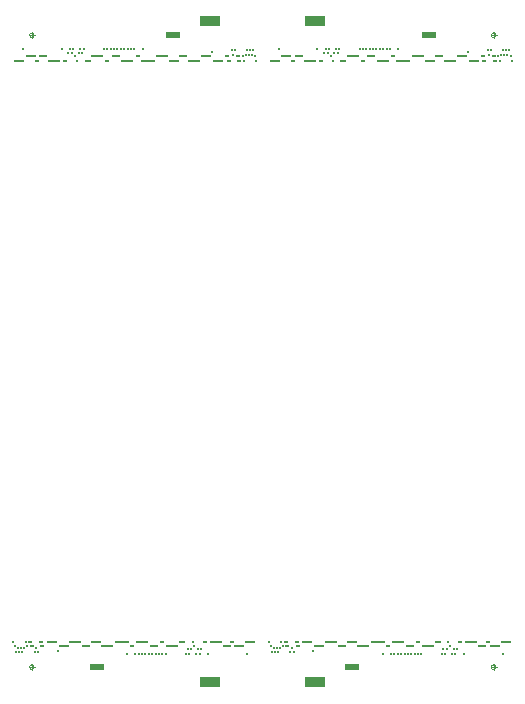
<source format=gbr>
%TF.GenerationSoftware,KiCad,Pcbnew,(6.0.6)*%
%TF.CreationDate,2022-09-06T16:34:49-05:00*%
%TF.ProjectId,etl_module_pcb_mockup_v3p3,65746c5f-6d6f-4647-956c-655f7063625f,rev?*%
%TF.SameCoordinates,Original*%
%TF.FileFunction,Copper,L1,Top*%
%TF.FilePolarity,Positive*%
%FSLAX46Y46*%
G04 Gerber Fmt 4.6, Leading zero omitted, Abs format (unit mm)*
G04 Created by KiCad (PCBNEW (6.0.6)) date 2022-09-06 16:34:49*
%MOMM*%
%LPD*%
G01*
G04 APERTURE LIST*
%TA.AperFunction,EtchedComponent*%
%ADD10C,0.070000*%
%TD*%
%TA.AperFunction,SMDPad,CuDef*%
%ADD11R,0.965200X0.254000*%
%TD*%
%TA.AperFunction,SMDPad,CuDef*%
%ADD12R,0.127000X0.254000*%
%TD*%
%TA.AperFunction,SMDPad,CuDef*%
%ADD13R,0.838200X0.254000*%
%TD*%
%TA.AperFunction,SMDPad,CuDef*%
%ADD14R,0.304800X0.254000*%
%TD*%
%TA.AperFunction,SMDPad,CuDef*%
%ADD15R,0.711200X0.254000*%
%TD*%
%TA.AperFunction,SMDPad,CuDef*%
%ADD16R,1.117600X0.254000*%
%TD*%
%TA.AperFunction,SMDPad,CuDef*%
%ADD17R,0.406400X0.254000*%
%TD*%
%TA.AperFunction,SMDPad,CuDef*%
%ADD18R,0.558800X0.254000*%
%TD*%
%TA.AperFunction,SMDPad,CuDef*%
%ADD19R,1.016000X0.254000*%
%TD*%
%TA.AperFunction,SMDPad,CuDef*%
%ADD20R,0.990600X0.254000*%
%TD*%
%TA.AperFunction,SMDPad,CuDef*%
%ADD21R,1.270000X0.254000*%
%TD*%
%TA.AperFunction,SMDPad,CuDef*%
%ADD22R,0.863600X0.254000*%
%TD*%
%TA.AperFunction,SMDPad,CuDef*%
%ADD23R,0.381000X0.254000*%
%TD*%
%TA.AperFunction,SMDPad,CuDef*%
%ADD24R,1.200000X0.500000*%
%TD*%
%TA.AperFunction,SMDPad,CuDef*%
%ADD25R,1.740000X0.840000*%
%TD*%
G04 APERTURE END LIST*
D10*
%TO.C,REF\u002A\u002A*%
X41600000Y-1750000D02*
X41600000Y-2250000D01*
X41850000Y-2000000D02*
X41350000Y-2000000D01*
X41800000Y-2000000D02*
G75*
G03*
X41800000Y-2000000I-200000J0D01*
G01*
X2750000Y-55500000D02*
X2250000Y-55500000D01*
X2500000Y-55250000D02*
X2500000Y-55750000D01*
X2700000Y-55500000D02*
G75*
G03*
X2700000Y-55500000I-200000J0D01*
G01*
X41850000Y-55500000D02*
X41350000Y-55500000D01*
X41600000Y-55250000D02*
X41600000Y-55750000D01*
X41800000Y-55500000D02*
G75*
G03*
X41800000Y-55500000I-200000J0D01*
G01*
X2750000Y-2000000D02*
X2250000Y-2000000D01*
X2500000Y-1750000D02*
X2500000Y-2250000D01*
X2700000Y-2000000D02*
G75*
G03*
X2700000Y-2000000I-200000J0D01*
G01*
%TD*%
D11*
%TO.P,,61*%
%TO.N,N/C*%
X42636135Y-53331873D03*
D12*
%TO.P,,60*%
X42350131Y-54347873D03*
D13*
%TO.P,,59*%
X41696081Y-53720747D03*
D14*
%TO.P,,58*%
X41129915Y-53331873D03*
D15*
%TO.P,,57*%
X40634107Y-53720747D03*
D16*
%TO.P,,56*%
X39713865Y-53331873D03*
D12*
%TO.P,,55*%
X39061085Y-54347873D03*
D17*
%TO.P,,54*%
X38775081Y-53331873D03*
D12*
%TO.P,,53*%
X38489077Y-53966873D03*
%TO.P,,52*%
X38346075Y-54347873D03*
%TO.P,,51*%
X38203073Y-53966873D03*
%TO.P,,50*%
X38060071Y-54347873D03*
%TO.P,,49*%
X37917069Y-53720747D03*
%TO.P,,48*%
X37774067Y-53331873D03*
%TO.P,,47*%
X37631065Y-53966873D03*
%TO.P,,46*%
X37488063Y-54347873D03*
%TO.P,,45*%
X37345061Y-53966873D03*
%TO.P,,44*%
X37202059Y-54347873D03*
D18*
%TO.P,,43*%
X36851539Y-53331873D03*
D19*
%TO.P,,42*%
X36046613Y-53720747D03*
D12*
%TO.P,,41*%
X35486035Y-54347873D03*
%TO.P,,40*%
X35200031Y-54347873D03*
D17*
%TO.P,,39*%
X35200031Y-53331873D03*
D12*
%TO.P,,38*%
X34914027Y-54347873D03*
%TO.P,,37*%
X34628023Y-54347873D03*
D15*
%TO.P,,36*%
X34485021Y-53720747D03*
D12*
%TO.P,,35*%
X34342019Y-54347873D03*
%TO.P,,34*%
X34056015Y-54347873D03*
%TO.P,,33*%
X33770011Y-54347873D03*
D20*
%TO.P,,32*%
X33492643Y-53331873D03*
D12*
%TO.P,,31*%
X33484007Y-54347873D03*
%TO.P,,30*%
X33198003Y-54347873D03*
%TO.P,,29*%
X32911999Y-54347873D03*
D17*
%TO.P,,28*%
X32625995Y-53720747D03*
D12*
%TO.P,,27*%
X32196989Y-54347873D03*
D21*
%TO.P,,26*%
X31777381Y-53331873D03*
D16*
%TO.P,,25*%
X30553609Y-53720747D03*
D22*
%TO.P,,24*%
X29564279Y-53331873D03*
D15*
%TO.P,,23*%
X28765195Y-53720747D03*
D16*
%TO.P,,22*%
X27829967Y-53331873D03*
D13*
%TO.P,,21*%
X26850797Y-53720747D03*
D12*
%TO.P,,20*%
X26334161Y-54094381D03*
D13*
%TO.P,,19*%
X25828955Y-53331873D03*
D23*
%TO.P,,17*%
X25043079Y-53720747D03*
D17*
%TO.P,,16*%
X24919127Y-53331873D03*
D12*
%TO.P,,15*%
X24655983Y-54220873D03*
%TO.P,,14*%
X24526189Y-53847747D03*
%TO.P,,13*%
X24396141Y-54220873D03*
D23*
%TO.P,,12*%
X24129187Y-53720747D03*
%TO.P,,11*%
X24005997Y-53331873D03*
D12*
%TO.P,,10*%
X23746155Y-53720747D03*
%TO.P,,9*%
X23616107Y-53331873D03*
%TO.P,,8*%
X23486059Y-53847747D03*
%TO.P,,7*%
X23356011Y-54220873D03*
%TO.P,,6*%
X23225963Y-53847747D03*
%TO.P,,5*%
X23096169Y-54220873D03*
%TO.P,,4*%
X22966121Y-53847747D03*
%TO.P,,3*%
X22836073Y-54220873D03*
%TO.P,,2*%
X22706025Y-53720747D03*
%TO.P,,1*%
X22575977Y-53331873D03*
%TD*%
D11*
%TO.P,,61*%
%TO.N,N/C*%
X23099471Y-4168127D03*
D12*
%TO.P,,60*%
X23385475Y-3152127D03*
D13*
%TO.P,,59*%
X24039525Y-3779253D03*
D14*
%TO.P,,58*%
X24605691Y-4168127D03*
D15*
%TO.P,,57*%
X25101499Y-3779253D03*
D16*
%TO.P,,56*%
X26021741Y-4168127D03*
D12*
%TO.P,,55*%
X26674521Y-3152127D03*
D17*
%TO.P,,54*%
X26960525Y-4168127D03*
D12*
%TO.P,,53*%
X27246529Y-3533127D03*
%TO.P,,52*%
X27389531Y-3152127D03*
%TO.P,,51*%
X27532533Y-3533127D03*
%TO.P,,50*%
X27675535Y-3152127D03*
%TO.P,,49*%
X27818537Y-3779253D03*
%TO.P,,48*%
X27961539Y-4168127D03*
%TO.P,,47*%
X28104541Y-3533127D03*
%TO.P,,46*%
X28247543Y-3152127D03*
%TO.P,,45*%
X28390545Y-3533127D03*
%TO.P,,44*%
X28533547Y-3152127D03*
D18*
%TO.P,,43*%
X28884067Y-4168127D03*
D19*
%TO.P,,42*%
X29688993Y-3779253D03*
D12*
%TO.P,,41*%
X30249571Y-3152127D03*
%TO.P,,40*%
X30535575Y-3152127D03*
D17*
%TO.P,,39*%
X30535575Y-4168127D03*
D12*
%TO.P,,38*%
X30821579Y-3152127D03*
%TO.P,,37*%
X31107583Y-3152127D03*
D15*
%TO.P,,36*%
X31250585Y-3779253D03*
D12*
%TO.P,,35*%
X31393587Y-3152127D03*
%TO.P,,34*%
X31679591Y-3152127D03*
%TO.P,,33*%
X31965595Y-3152127D03*
D20*
%TO.P,,32*%
X32242963Y-4168127D03*
D12*
%TO.P,,31*%
X32251599Y-3152127D03*
%TO.P,,30*%
X32537603Y-3152127D03*
%TO.P,,29*%
X32823607Y-3152127D03*
D17*
%TO.P,,28*%
X33109611Y-3779253D03*
D12*
%TO.P,,27*%
X33538617Y-3152127D03*
D21*
%TO.P,,26*%
X33958225Y-4168127D03*
D16*
%TO.P,,25*%
X35181997Y-3779253D03*
D22*
%TO.P,,24*%
X36171327Y-4168127D03*
D15*
%TO.P,,23*%
X36970411Y-3779253D03*
D16*
%TO.P,,22*%
X37905639Y-4168127D03*
D13*
%TO.P,,21*%
X38884809Y-3779253D03*
D12*
%TO.P,,20*%
X39401445Y-3405619D03*
D13*
%TO.P,,19*%
X39906651Y-4168127D03*
D23*
%TO.P,,17*%
X40692527Y-3779253D03*
D17*
%TO.P,,16*%
X40816479Y-4168127D03*
D12*
%TO.P,,15*%
X41079623Y-3279127D03*
%TO.P,,14*%
X41209417Y-3652253D03*
%TO.P,,13*%
X41339465Y-3279127D03*
D23*
%TO.P,,12*%
X41606419Y-3779253D03*
%TO.P,,11*%
X41729609Y-4168127D03*
D12*
%TO.P,,10*%
X41989451Y-3779253D03*
%TO.P,,9*%
X42119499Y-4168127D03*
%TO.P,,8*%
X42249547Y-3652253D03*
%TO.P,,7*%
X42379595Y-3279127D03*
%TO.P,,6*%
X42509643Y-3652253D03*
%TO.P,,5*%
X42639437Y-3279127D03*
%TO.P,,4*%
X42769485Y-3652253D03*
%TO.P,,3*%
X42899533Y-3279127D03*
%TO.P,,2*%
X43029581Y-3779253D03*
%TO.P,,1*%
X43159629Y-4168127D03*
%TD*%
%TO.P,,1*%
%TO.N,N/C*%
X925977Y-53331873D03*
%TO.P,,2*%
X1056025Y-53720747D03*
%TO.P,,3*%
X1186073Y-54220873D03*
%TO.P,,4*%
X1316121Y-53847747D03*
%TO.P,,5*%
X1446169Y-54220873D03*
%TO.P,,6*%
X1575963Y-53847747D03*
%TO.P,,7*%
X1706011Y-54220873D03*
%TO.P,,8*%
X1836059Y-53847747D03*
%TO.P,,9*%
X1966107Y-53331873D03*
%TO.P,,10*%
X2096155Y-53720747D03*
D23*
%TO.P,,11*%
X2355997Y-53331873D03*
%TO.P,,12*%
X2479187Y-53720747D03*
D12*
%TO.P,,13*%
X2746141Y-54220873D03*
%TO.P,,14*%
X2876189Y-53847747D03*
%TO.P,,15*%
X3005983Y-54220873D03*
D17*
%TO.P,,16*%
X3269127Y-53331873D03*
D23*
%TO.P,,17*%
X3393079Y-53720747D03*
D13*
%TO.P,,19*%
X4178955Y-53331873D03*
D12*
%TO.P,,20*%
X4684161Y-54094381D03*
D13*
%TO.P,,21*%
X5200797Y-53720747D03*
D16*
%TO.P,,22*%
X6179967Y-53331873D03*
D15*
%TO.P,,23*%
X7115195Y-53720747D03*
D22*
%TO.P,,24*%
X7914279Y-53331873D03*
D16*
%TO.P,,25*%
X8903609Y-53720747D03*
D21*
%TO.P,,26*%
X10127381Y-53331873D03*
D12*
%TO.P,,27*%
X10546989Y-54347873D03*
D17*
%TO.P,,28*%
X10975995Y-53720747D03*
D12*
%TO.P,,29*%
X11261999Y-54347873D03*
%TO.P,,30*%
X11548003Y-54347873D03*
%TO.P,,31*%
X11834007Y-54347873D03*
D20*
%TO.P,,32*%
X11842643Y-53331873D03*
D12*
%TO.P,,33*%
X12120011Y-54347873D03*
%TO.P,,34*%
X12406015Y-54347873D03*
%TO.P,,35*%
X12692019Y-54347873D03*
D15*
%TO.P,,36*%
X12835021Y-53720747D03*
D12*
%TO.P,,37*%
X12978023Y-54347873D03*
%TO.P,,38*%
X13264027Y-54347873D03*
D17*
%TO.P,,39*%
X13550031Y-53331873D03*
D12*
%TO.P,,40*%
X13550031Y-54347873D03*
%TO.P,,41*%
X13836035Y-54347873D03*
D19*
%TO.P,,42*%
X14396613Y-53720747D03*
D18*
%TO.P,,43*%
X15201539Y-53331873D03*
D12*
%TO.P,,44*%
X15552059Y-54347873D03*
%TO.P,,45*%
X15695061Y-53966873D03*
%TO.P,,46*%
X15838063Y-54347873D03*
%TO.P,,47*%
X15981065Y-53966873D03*
%TO.P,,48*%
X16124067Y-53331873D03*
%TO.P,,49*%
X16267069Y-53720747D03*
%TO.P,,50*%
X16410071Y-54347873D03*
%TO.P,,51*%
X16553073Y-53966873D03*
%TO.P,,52*%
X16696075Y-54347873D03*
%TO.P,,53*%
X16839077Y-53966873D03*
D17*
%TO.P,,54*%
X17125081Y-53331873D03*
D12*
%TO.P,,55*%
X17411085Y-54347873D03*
D16*
%TO.P,,56*%
X18063865Y-53331873D03*
D15*
%TO.P,,57*%
X18984107Y-53720747D03*
D14*
%TO.P,,58*%
X19479915Y-53331873D03*
D13*
%TO.P,,59*%
X20046081Y-53720747D03*
D12*
%TO.P,,60*%
X20700131Y-54347873D03*
D11*
%TO.P,,61*%
X20986135Y-53331873D03*
%TD*%
D12*
%TO.P,,1*%
%TO.N,N/C*%
X21509629Y-4168127D03*
%TO.P,,2*%
X21379581Y-3779253D03*
%TO.P,,3*%
X21249533Y-3279127D03*
%TO.P,,4*%
X21119485Y-3652253D03*
%TO.P,,5*%
X20989437Y-3279127D03*
%TO.P,,6*%
X20859643Y-3652253D03*
%TO.P,,7*%
X20729595Y-3279127D03*
%TO.P,,8*%
X20599547Y-3652253D03*
%TO.P,,9*%
X20469499Y-4168127D03*
%TO.P,,10*%
X20339451Y-3779253D03*
D23*
%TO.P,,11*%
X20079609Y-4168127D03*
%TO.P,,12*%
X19956419Y-3779253D03*
D12*
%TO.P,,13*%
X19689465Y-3279127D03*
%TO.P,,14*%
X19559417Y-3652253D03*
%TO.P,,15*%
X19429623Y-3279127D03*
D17*
%TO.P,,16*%
X19166479Y-4168127D03*
D23*
%TO.P,,17*%
X19042527Y-3779253D03*
D13*
%TO.P,,19*%
X18256651Y-4168127D03*
D12*
%TO.P,,20*%
X17751445Y-3405619D03*
D13*
%TO.P,,21*%
X17234809Y-3779253D03*
D16*
%TO.P,,22*%
X16255639Y-4168127D03*
D15*
%TO.P,,23*%
X15320411Y-3779253D03*
D22*
%TO.P,,24*%
X14521327Y-4168127D03*
D16*
%TO.P,,25*%
X13531997Y-3779253D03*
D21*
%TO.P,,26*%
X12308225Y-4168127D03*
D12*
%TO.P,,27*%
X11888617Y-3152127D03*
D17*
%TO.P,,28*%
X11459611Y-3779253D03*
D12*
%TO.P,,29*%
X11173607Y-3152127D03*
%TO.P,,30*%
X10887603Y-3152127D03*
%TO.P,,31*%
X10601599Y-3152127D03*
D20*
%TO.P,,32*%
X10592963Y-4168127D03*
D12*
%TO.P,,33*%
X10315595Y-3152127D03*
%TO.P,,34*%
X10029591Y-3152127D03*
%TO.P,,35*%
X9743587Y-3152127D03*
D15*
%TO.P,,36*%
X9600585Y-3779253D03*
D12*
%TO.P,,37*%
X9457583Y-3152127D03*
%TO.P,,38*%
X9171579Y-3152127D03*
D17*
%TO.P,,39*%
X8885575Y-4168127D03*
D12*
%TO.P,,40*%
X8885575Y-3152127D03*
%TO.P,,41*%
X8599571Y-3152127D03*
D19*
%TO.P,,42*%
X8038993Y-3779253D03*
D18*
%TO.P,,43*%
X7234067Y-4168127D03*
D12*
%TO.P,,44*%
X6883547Y-3152127D03*
%TO.P,,45*%
X6740545Y-3533127D03*
%TO.P,,46*%
X6597543Y-3152127D03*
%TO.P,,47*%
X6454541Y-3533127D03*
%TO.P,,48*%
X6311539Y-4168127D03*
%TO.P,,49*%
X6168537Y-3779253D03*
%TO.P,,50*%
X6025535Y-3152127D03*
%TO.P,,51*%
X5882533Y-3533127D03*
%TO.P,,52*%
X5739531Y-3152127D03*
%TO.P,,53*%
X5596529Y-3533127D03*
D17*
%TO.P,,54*%
X5310525Y-4168127D03*
D12*
%TO.P,,55*%
X5024521Y-3152127D03*
D16*
%TO.P,,56*%
X4371741Y-4168127D03*
D15*
%TO.P,,57*%
X3451499Y-3779253D03*
D14*
%TO.P,,58*%
X2955691Y-4168127D03*
D13*
%TO.P,,59*%
X2389525Y-3779253D03*
D12*
%TO.P,,60*%
X1735475Y-3152127D03*
D11*
%TO.P,,61*%
X1449471Y-4168127D03*
%TD*%
D24*
%TO.P,REF\u002A\u002A,1*%
%TO.N,N/C*%
X8000000Y-55500000D03*
%TD*%
%TO.P,REF\u002A\u002A,1*%
%TO.N,N/C*%
X29610000Y-55500000D03*
%TD*%
%TO.P,REF\u002A\u002A,1*%
%TO.N,N/C*%
X36100000Y-2000000D03*
%TD*%
%TO.P,REF\u002A\u002A,1*%
%TO.N,N/C*%
X14450000Y-2000000D03*
%TD*%
D25*
%TO.P,REF\u002A\u002A,1*%
%TO.N,N/C*%
X17600000Y-56780000D03*
%TD*%
%TO.P,REF\u002A\u002A,1*%
%TO.N,N/C*%
X26500000Y-56780000D03*
%TD*%
%TO.P,REF\u002A\u002A,1*%
%TO.N,N/C*%
X26500000Y-800000D03*
%TD*%
%TO.P,REF\u002A\u002A,1*%
%TO.N,N/C*%
X17600000Y-800000D03*
%TD*%
M02*

</source>
